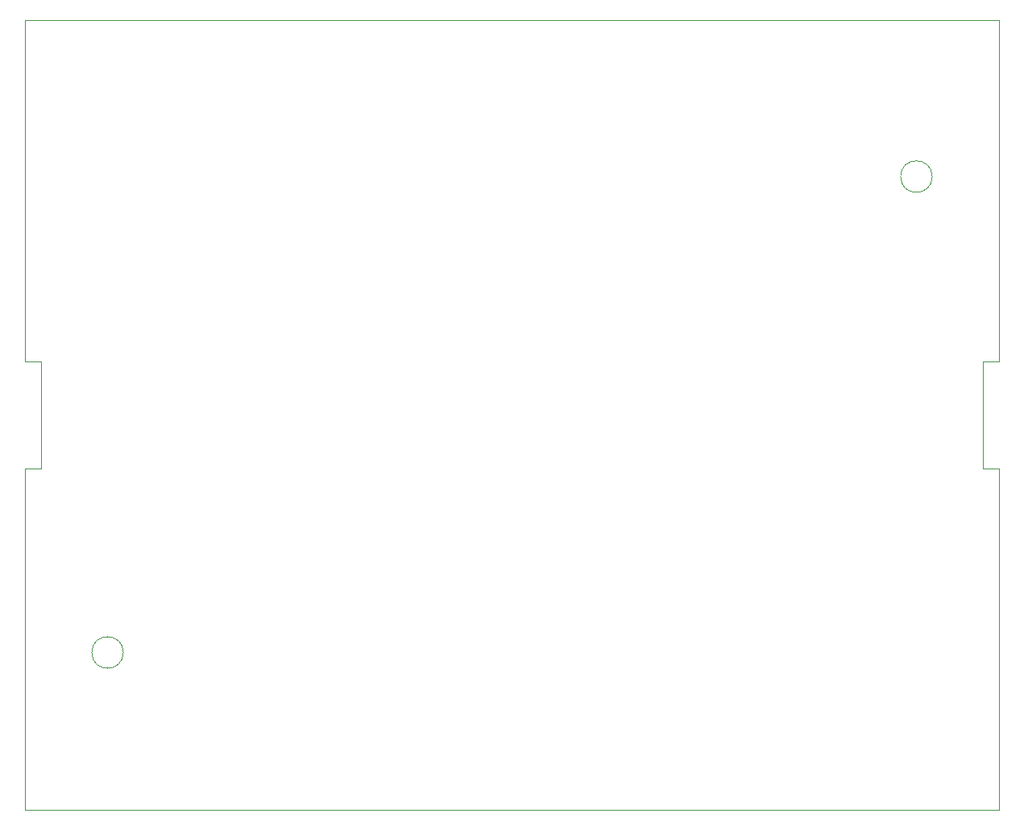
<source format=gbr>
%TF.GenerationSoftware,KiCad,Pcbnew,7.0.5*%
%TF.CreationDate,2023-07-28T21:19:53-04:00*%
%TF.ProjectId,proyecto de cuatrinestre,70726f79-6563-4746-9f20-646520637561,rev?*%
%TF.SameCoordinates,Original*%
%TF.FileFunction,Profile,NP*%
%FSLAX46Y46*%
G04 Gerber Fmt 4.6, Leading zero omitted, Abs format (unit mm)*
G04 Created by KiCad (PCBNEW 7.0.5) date 2023-07-28 21:19:53*
%MOMM*%
%LPD*%
G01*
G04 APERTURE LIST*
%TA.AperFunction,Profile*%
%ADD10C,0.100000*%
%TD*%
G04 APERTURE END LIST*
D10*
X171737660Y-174297500D02*
G75*
G03*
X171737660Y-174297500I-1660000J0D01*
G01*
X256740000Y-124250000D02*
G75*
G03*
X256740000Y-124250000I-1660000J0D01*
G01*
X262070000Y-154922500D02*
X262070000Y-143672500D01*
X163090000Y-143672500D02*
X163090000Y-154922500D01*
X163090000Y-154922500D02*
X161390000Y-154922500D01*
X262070000Y-143672500D02*
X263770000Y-143657500D01*
X263770000Y-143657500D02*
X263770000Y-107757500D01*
X161390000Y-143672500D02*
X163090000Y-143672500D01*
X263770000Y-107757500D02*
X161390000Y-107757500D01*
X161390000Y-154922500D02*
X161390000Y-190837500D01*
X161390000Y-107757500D02*
X161390000Y-143672500D01*
X263770000Y-154922500D02*
X262070000Y-154922500D01*
X263770000Y-190837500D02*
X263770000Y-154922500D01*
X161390000Y-190837500D02*
X263770000Y-190837500D01*
M02*

</source>
